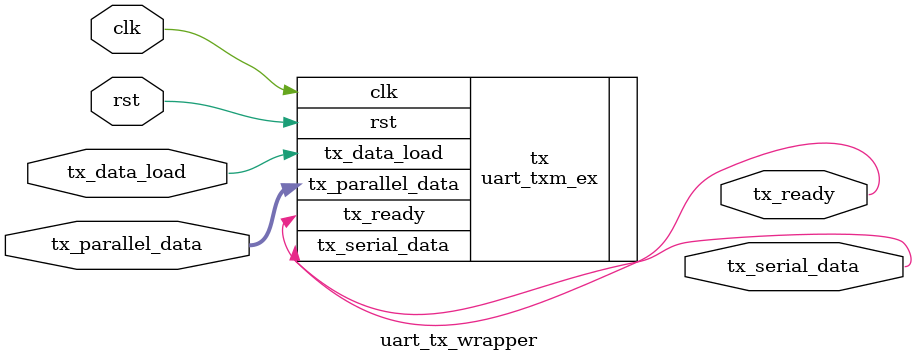
<source format=v>
`timescale 1ns / 1ps


module uart_tx_wrapper #(
    parameter DATAWIDTH = 8,
    parameter BITCOUNTMAX = DATAWIDTH,
    parameter SAMPLECOUNTMAX = 5209
)(
    input clk,
    input rst,
    input [DATAWIDTH-1:0] tx_parallel_data,
    input tx_data_load,
    output tx_serial_data,
    output tx_ready
    );
    
    uart_txm_ex #(
        .DATAWIDTH(DATAWIDTH),
        .BITCOUNTMAX(BITCOUNTMAX),
        .SAMPLECOUNTMAX(SAMPLECOUNTMAX)
    )tx(
        .clk(clk),
        .rst(rst),
        .tx_parallel_data(tx_parallel_data),
        .tx_data_load(tx_data_load),
        .tx_serial_data(tx_serial_data),
        .tx_ready(tx_ready)
    );
    
endmodule

</source>
